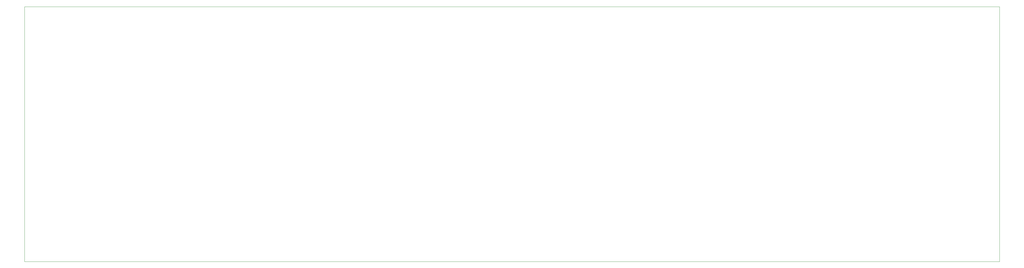
<source format=gm1>
%TF.GenerationSoftware,KiCad,Pcbnew,(6.0.1)*%
%TF.CreationDate,2023-02-19T21:20:49+01:00*%
%TF.ProjectId,fm_radio_panel,666d5f72-6164-4696-9f5f-70616e656c2e,rev?*%
%TF.SameCoordinates,Original*%
%TF.FileFunction,Profile,NP*%
%FSLAX46Y46*%
G04 Gerber Fmt 4.6, Leading zero omitted, Abs format (unit mm)*
G04 Created by KiCad (PCBNEW (6.0.1)) date 2023-02-19 21:20:49*
%MOMM*%
%LPD*%
G01*
G04 APERTURE LIST*
%TA.AperFunction,Profile*%
%ADD10C,0.100000*%
%TD*%
G04 APERTURE END LIST*
D10*
X40640000Y-96520000D02*
X360680000Y-96520000D01*
X360680000Y-96520000D02*
X360680000Y-180340000D01*
X360680000Y-180340000D02*
X40640000Y-180340000D01*
X40640000Y-180340000D02*
X40640000Y-96520000D01*
M02*

</source>
